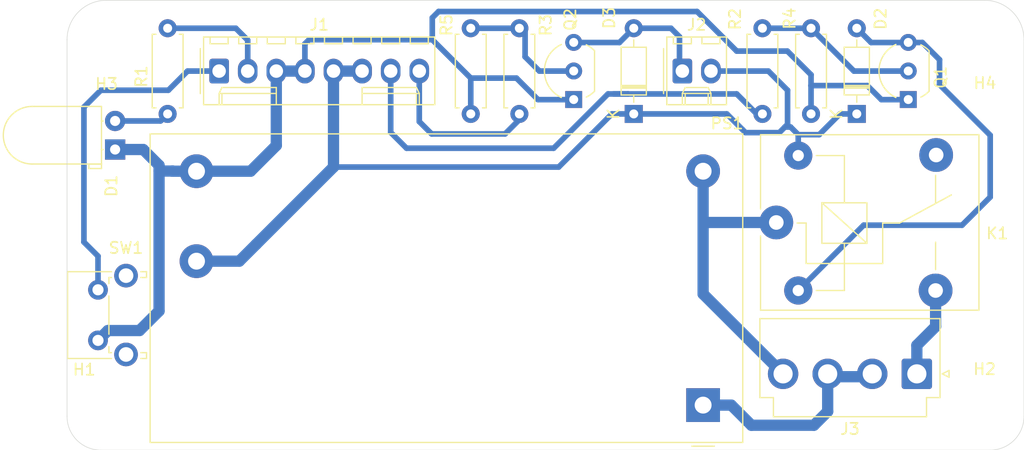
<source format=kicad_pcb>
(kicad_pcb (version 20171130) (host pcbnew "(5.1.4)-1")

  (general
    (thickness 1.6)
    (drawings 8)
    (tracks 116)
    (zones 0)
    (modules 20)
    (nets 15)
  )

  (page A4)
  (title_block
    (title octopi_rpi4_case)
    (date 2021-10-21)
    (rev V1)
    (company iocapa)
  )

  (layers
    (0 F.Cu jumper)
    (31 B.Cu signal)
    (33 F.Adhes user hide)
    (35 F.Paste user)
    (37 F.SilkS user)
    (39 F.Mask user)
    (40 Dwgs.User user)
    (41 Cmts.User user)
    (42 Eco1.User user)
    (43 Eco2.User user)
    (44 Edge.Cuts user)
    (45 Margin user)
    (46 B.CrtYd user)
    (47 F.CrtYd user)
    (49 F.Fab user hide)
  )

  (setup
    (last_trace_width 0.25)
    (user_trace_width 0.5)
    (user_trace_width 1)
    (trace_clearance 0.2)
    (zone_clearance 0.508)
    (zone_45_only no)
    (trace_min 0.2)
    (via_size 0.8)
    (via_drill 0.4)
    (via_min_size 0.4)
    (via_min_drill 0.3)
    (uvia_size 0.3)
    (uvia_drill 0.1)
    (uvias_allowed no)
    (uvia_min_size 0.2)
    (uvia_min_drill 0.1)
    (edge_width 0.05)
    (segment_width 0.2)
    (pcb_text_width 0.3)
    (pcb_text_size 1.5 1.5)
    (mod_edge_width 0.12)
    (mod_text_size 1 1)
    (mod_text_width 0.15)
    (pad_size 1.524 1.524)
    (pad_drill 0.762)
    (pad_to_mask_clearance 0.051)
    (solder_mask_min_width 0.25)
    (aux_axis_origin 0 0)
    (grid_origin 114 76)
    (visible_elements 7FFFFFFF)
    (pcbplotparams
      (layerselection 0x010fc_ffffffff)
      (usegerberextensions false)
      (usegerberattributes false)
      (usegerberadvancedattributes false)
      (creategerberjobfile false)
      (excludeedgelayer true)
      (linewidth 0.100000)
      (plotframeref false)
      (viasonmask false)
      (mode 1)
      (useauxorigin false)
      (hpglpennumber 1)
      (hpglpenspeed 20)
      (hpglpendiameter 15.000000)
      (psnegative false)
      (psa4output false)
      (plotreference true)
      (plotvalue true)
      (plotinvisibletext false)
      (padsonsilk false)
      (subtractmaskfromsilk false)
      (outputformat 1)
      (mirror false)
      (drillshape 1)
      (scaleselection 1)
      (outputdirectory ""))
  )

  (net 0 "")
  (net 1 GND)
  (net 2 "Net-(D1-Pad2)")
  (net 3 +5V)
  (net 4 "Net-(D2-Pad2)")
  (net 5 "Net-(D3-Pad2)")
  (net 6 "Net-(Q1-Pad2)")
  (net 7 "Net-(Q2-Pad2)")
  (net 8 "Net-(J1-Pad8)")
  (net 9 "Net-(J1-Pad7)")
  (net 10 "Net-(J1-Pad2)")
  (net 11 "Net-(J1-Pad1)")
  (net 12 "Net-(J3-Pad1)")
  (net 13 "Net-(J3-Pad2)")
  (net 14 "Net-(J3-Pad4)")

  (net_class Default "This is the default net class."
    (clearance 0.2)
    (trace_width 0.25)
    (via_dia 0.8)
    (via_drill 0.4)
    (uvia_dia 0.3)
    (uvia_drill 0.1)
    (add_net +5V)
    (add_net GND)
    (add_net "Net-(D1-Pad2)")
    (add_net "Net-(D2-Pad2)")
    (add_net "Net-(D3-Pad2)")
    (add_net "Net-(J1-Pad1)")
    (add_net "Net-(J1-Pad2)")
    (add_net "Net-(J1-Pad7)")
    (add_net "Net-(J1-Pad8)")
    (add_net "Net-(J3-Pad1)")
    (add_net "Net-(J3-Pad2)")
    (add_net "Net-(J3-Pad4)")
    (add_net "Net-(K1-Pad4)")
    (add_net "Net-(Q1-Pad2)")
    (add_net "Net-(Q2-Pad2)")
  )

  (module octopi_rpi4_case:JST_VH_B4P-VH_1x04_P3.96mm_Vertical (layer F.Cu) (tedit 6172A8D0) (tstamp 61672AE4)
    (at 189.484 109.22 180)
    (descr "JST VH series connector, B4P-VH (http://www.jst-mfg.com/product/pdf/eng/eVH.pdf), generated with kicad-footprint-generator")
    (tags "connector JST VH side entry")
    (path /616EBB10)
    (fp_text reference J3 (at 5.94 -4.9) (layer F.SilkS)
      (effects (font (size 1 1) (thickness 0.15)))
    )
    (fp_text value AC (at 5.94 6) (layer F.Fab)
      (effects (font (size 1 1) (thickness 0.15)))
    )
    (fp_text user %R (at 5.94 4.1) (layer F.Fab)
      (effects (font (size 1 1) (thickness 0.15)))
    )
    (fp_line (start -2.86 -0.3) (end -2.26 0) (layer F.SilkS) (width 0.12))
    (fp_line (start -2.86 0.3) (end -2.86 -0.3) (layer F.SilkS) (width 0.12))
    (fp_line (start -2.26 0) (end -2.86 0.3) (layer F.SilkS) (width 0.12))
    (fp_line (start 13.94 4.91) (end -2.06 4.91) (layer F.SilkS) (width 0.12))
    (fp_line (start 13.94 -2.11) (end 13.94 4.91) (layer F.SilkS) (width 0.12))
    (fp_line (start 12.74 -2.11) (end 13.94 -2.11) (layer F.SilkS) (width 0.12))
    (fp_line (start 12.74 -3.81) (end 12.74 -2.11) (layer F.SilkS) (width 0.12))
    (fp_line (start -0.86 -3.81) (end 12.74 -3.81) (layer F.SilkS) (width 0.12))
    (fp_line (start -0.86 -2.11) (end -0.86 -3.81) (layer F.SilkS) (width 0.12))
    (fp_line (start -2.06 -2.11) (end -0.86 -2.11) (layer F.SilkS) (width 0.12))
    (fp_line (start -2.06 4.91) (end -2.06 -2.11) (layer F.SilkS) (width 0.12))
    (fp_line (start 14.33 -4.2) (end -2.45 -4.2) (layer F.CrtYd) (width 0.05))
    (fp_line (start 14.33 5.3) (end 14.33 -4.2) (layer F.CrtYd) (width 0.05))
    (fp_line (start -2.45 5.3) (end 14.33 5.3) (layer F.CrtYd) (width 0.05))
    (fp_line (start -2.45 -4.2) (end -2.45 5.3) (layer F.CrtYd) (width 0.05))
    (fp_line (start -1.95 1) (end -0.95 0) (layer F.Fab) (width 0.1))
    (fp_line (start -1.95 -1) (end -0.95 0) (layer F.Fab) (width 0.1))
    (fp_line (start 12.63 -3.7) (end 12.63 -2) (layer F.Fab) (width 0.1))
    (fp_line (start -0.75 -3.7) (end 12.63 -3.7) (layer F.Fab) (width 0.1))
    (fp_line (start -0.75 -2) (end -0.75 -3.7) (layer F.Fab) (width 0.1))
    (fp_line (start 13.83 -2) (end -1.95 -2) (layer F.Fab) (width 0.1))
    (fp_line (start 13.83 4.8) (end 13.83 -2) (layer F.Fab) (width 0.1))
    (fp_line (start -1.95 4.8) (end 13.83 4.8) (layer F.Fab) (width 0.1))
    (fp_line (start -1.95 -2) (end -1.95 4.8) (layer F.Fab) (width 0.1))
    (pad 4 thru_hole circle (at 11.88 0 180) (size 2.7 2.7) (drill 1.7) (layers *.Cu *.Mask)
      (net 14 "Net-(J3-Pad4)"))
    (pad 3 thru_hole circle (at 7.92 0 180) (size 2.7 2.7) (drill 1.7) (layers *.Cu *.Mask)
      (net 13 "Net-(J3-Pad2)"))
    (pad 2 thru_hole circle (at 3.96 0 180) (size 2.7 2.7) (drill 1.7) (layers *.Cu *.Mask)
      (net 13 "Net-(J3-Pad2)"))
    (pad 1 thru_hole roundrect (at 0 0 180) (size 2.7 2.7) (drill 1.7) (layers *.Cu *.Mask) (roundrect_rratio 0.09259299999999999)
      (net 12 "Net-(J3-Pad1)"))
    (model "${KIPRJMOD}/parts/JST - VH - Thru (V) - 4Pin - 3.96mm.stp"
      (offset (xyz 5.96 0 0))
      (scale (xyz 1 1 1))
      (rotate (xyz 0 0 0))
    )
  )

  (module octopi_rpi4_case:Relay_SPDT_SRD-xxVDC-SL-C (layer F.Cu) (tedit 6172A8DF) (tstamp 6166912B)
    (at 177 95.758)
    (descr "relay Sanyou SRD series Form C http://www.sanyourelay.ca/public/products/pdf/SRD.pdf")
    (tags "relay Sanyu SRD form C")
    (path /6166A6AF)
    (fp_text reference K1 (at 19.6262 0.9684) (layer F.SilkS)
      (effects (font (size 1 1) (thickness 0.15)))
    )
    (fp_text value SONGLE-SRD-xxVDC-SL-C (at 8 -9.6) (layer F.Fab)
      (effects (font (size 1 1) (thickness 0.15)))
    )
    (fp_line (start 8.05 1.85) (end 4.05 1.85) (layer F.SilkS) (width 0.12))
    (fp_line (start 8.05 -1.75) (end 8.05 1.85) (layer F.SilkS) (width 0.12))
    (fp_line (start 4.05 -1.75) (end 8.05 -1.75) (layer F.SilkS) (width 0.12))
    (fp_line (start 4.05 1.85) (end 4.05 -1.75) (layer F.SilkS) (width 0.12))
    (fp_line (start 8.05 1.85) (end 4.05 -1.75) (layer F.SilkS) (width 0.12))
    (fp_line (start 6.05 1.85) (end 6.05 6.05) (layer F.SilkS) (width 0.12))
    (fp_line (start 6.05 -5.95) (end 6.05 -1.75) (layer F.SilkS) (width 0.12))
    (fp_line (start 2.65 0.05) (end 2.65 3.65) (layer F.SilkS) (width 0.12))
    (fp_line (start 9.45 0.05) (end 9.45 3.65) (layer F.SilkS) (width 0.12))
    (fp_line (start 9.45 3.65) (end 2.65 3.65) (layer F.SilkS) (width 0.12))
    (fp_line (start 10.95 0.05) (end 15.55 -2.45) (layer F.SilkS) (width 0.12))
    (fp_line (start 9.45 0.05) (end 10.95 0.05) (layer F.SilkS) (width 0.12))
    (fp_line (start 6.05 -5.95) (end 3.55 -5.95) (layer F.SilkS) (width 0.12))
    (fp_line (start 2.65 0.05) (end 1.85 0.05) (layer F.SilkS) (width 0.12))
    (fp_line (start 3.55 6.05) (end 6.05 6.05) (layer F.SilkS) (width 0.12))
    (fp_line (start 14.15 -4.2) (end 14.15 -1.7) (layer F.SilkS) (width 0.12))
    (fp_line (start 14.15 4.2) (end 14.15 1.75) (layer F.SilkS) (width 0.12))
    (fp_line (start -1.55 7.95) (end 18.15 7.95) (layer F.CrtYd) (width 0.05))
    (fp_line (start 18.15 -7.95) (end 18.15 7.95) (layer F.CrtYd) (width 0.05))
    (fp_line (start -1.55 7.95) (end -1.55 -7.95) (layer F.CrtYd) (width 0.05))
    (fp_line (start 18.15 -7.95) (end -1.55 -7.95) (layer F.CrtYd) (width 0.05))
    (fp_text user %R (at 7.1 0.025) (layer F.Fab)
      (effects (font (size 1 1) (thickness 0.15)))
    )
    (fp_line (start -1.3 7.7) (end -1.3 -7.7) (layer F.Fab) (width 0.12))
    (fp_line (start 17.9 7.7) (end -1.3 7.7) (layer F.Fab) (width 0.12))
    (fp_line (start 17.9 -7.7) (end 17.9 7.7) (layer F.Fab) (width 0.12))
    (fp_line (start -1.3 -7.7) (end 17.9 -7.7) (layer F.Fab) (width 0.12))
    (fp_text user 1 (at 0 -2.3) (layer F.Fab)
      (effects (font (size 1 1) (thickness 0.15)))
    )
    (fp_line (start 18 7.8) (end -1.4 7.8) (layer F.SilkS) (width 0.12))
    (fp_line (start 18 -7.8) (end 18 7.8) (layer F.SilkS) (width 0.12))
    (fp_line (start -1.4 -7.8) (end 18 -7.8) (layer F.SilkS) (width 0.12))
    (fp_line (start -1.4 -7.8) (end -1.4 -1.2) (layer F.SilkS) (width 0.12))
    (fp_line (start -1.4 1.2) (end -1.4 7.8) (layer F.SilkS) (width 0.12))
    (pad 1 thru_hole circle (at 0 0 90) (size 3 3) (drill 1.3) (layers *.Cu *.Mask)
      (net 14 "Net-(J3-Pad4)"))
    (pad 5 thru_hole circle (at 1.95 -5.95 90) (size 2.5 2.5) (drill 1) (layers *.Cu *.Mask)
      (net 3 +5V))
    (pad 4 thru_hole circle (at 14.2 -6 90) (size 3 3) (drill 1.3) (layers *.Cu *.Mask))
    (pad 3 thru_hole circle (at 14.15 6.05 90) (size 3 3) (drill 1.3) (layers *.Cu *.Mask)
      (net 12 "Net-(J3-Pad1)"))
    (pad 2 thru_hole circle (at 1.95 6.05 90) (size 2.5 2.5) (drill 1) (layers *.Cu *.Mask)
      (net 4 "Net-(D2-Pad2)"))
    (model ${KIPRJMOD}/parts/SRD-03VDC-SL-C.stp
      (offset (xyz 8.050000000000001 0 0))
      (scale (xyz 1 1 1))
      (rotate (xyz 0 0 180))
    )
  )

  (module Package_TO_SOT_THT:TO-92_Inline_Wide (layer F.Cu) (tedit 5A02FF81) (tstamp 61698AA0)
    (at 188.722 84.8265 90)
    (descr "TO-92 leads in-line, wide, drill 0.75mm (see NXP sot054_po.pdf)")
    (tags "to-92 sc-43 sc-43a sot54 PA33 transistor")
    (path /6165E56A)
    (fp_text reference Q1 (at 1.9685 2.875 90) (layer F.SilkS)
      (effects (font (size 1 1) (thickness 0.15)))
    )
    (fp_text value 2N3904 (at 2.54 2.79 90) (layer F.Fab)
      (effects (font (size 1 1) (thickness 0.15)))
    )
    (fp_arc (start 2.54 0) (end 4.34 1.85) (angle -20) (layer F.SilkS) (width 0.12))
    (fp_arc (start 2.54 0) (end 2.54 -2.48) (angle -135) (layer F.Fab) (width 0.1))
    (fp_arc (start 2.54 0) (end 2.54 -2.48) (angle 135) (layer F.Fab) (width 0.1))
    (fp_arc (start 2.54 0) (end 2.54 -2.6) (angle 65) (layer F.SilkS) (width 0.12))
    (fp_arc (start 2.54 0) (end 2.54 -2.6) (angle -65) (layer F.SilkS) (width 0.12))
    (fp_arc (start 2.54 0) (end 0.74 1.85) (angle 20) (layer F.SilkS) (width 0.12))
    (fp_line (start 6.09 2.01) (end -1.01 2.01) (layer F.CrtYd) (width 0.05))
    (fp_line (start 6.09 2.01) (end 6.09 -2.73) (layer F.CrtYd) (width 0.05))
    (fp_line (start -1.01 -2.73) (end -1.01 2.01) (layer F.CrtYd) (width 0.05))
    (fp_line (start -1.01 -2.73) (end 6.09 -2.73) (layer F.CrtYd) (width 0.05))
    (fp_line (start 0.8 1.75) (end 4.3 1.75) (layer F.Fab) (width 0.1))
    (fp_line (start 0.74 1.85) (end 4.34 1.85) (layer F.SilkS) (width 0.12))
    (fp_text user %R (at 2.54 -3.56 90) (layer F.Fab)
      (effects (font (size 1 1) (thickness 0.15)))
    )
    (pad 1 thru_hole rect (at 0 0 180) (size 1.5 1.5) (drill 0.8) (layers *.Cu *.Mask)
      (net 1 GND))
    (pad 3 thru_hole circle (at 5.08 0 180) (size 1.5 1.5) (drill 0.8) (layers *.Cu *.Mask)
      (net 4 "Net-(D2-Pad2)"))
    (pad 2 thru_hole circle (at 2.54 0 180) (size 1.5 1.5) (drill 0.8) (layers *.Cu *.Mask)
      (net 6 "Net-(Q1-Pad2)"))
    (model ${KISYS3DMOD}/Package_TO_SOT_THT.3dshapes/TO-92_Inline_Wide.wrl
      (at (xyz 0 0 0))
      (scale (xyz 1 1 1))
      (rotate (xyz 0 0 0))
    )
  )

  (module octopi_rpi4_case:Converter_ACDC_MeanWell_IRM-15-xx_THT (layer F.Cu) (tedit 61659184) (tstamp 61678469)
    (at 170.5 112 180)
    (descr "ACDC-Converter, 15W, Meanwell, IRM-15, THT http://www.meanwell.com/webapp/product/search.aspx?prod=IRM-15")
    (tags "ACDC-Converter 15W   Meanwell IRM-15")
    (path /6165B629)
    (fp_text reference PS1 (at -2.1232 25.0526) (layer F.SilkS)
      (effects (font (size 1 1) (thickness 0.15)))
    )
    (fp_text value IRM-15-5.0 (at 22.5 25) (layer F.Fab)
      (effects (font (size 1 1) (thickness 0.15)))
    )
    (fp_line (start 1 -3.2) (end 0 -2.2) (layer F.Fab) (width 0.1))
    (fp_line (start 0 -2.2) (end -1 -3.2) (layer F.Fab) (width 0.1))
    (fp_line (start -1 -3.2) (end -3.4 -3.2) (layer F.Fab) (width 0.1))
    (fp_line (start 49.25 -3.45) (end 49.25 24.25) (layer F.CrtYd) (width 0.05))
    (fp_line (start -3.65 -3.45) (end 49.25 -3.45) (layer F.CrtYd) (width 0.05))
    (fp_line (start -3.65 24.25) (end 49.25 24.25) (layer F.CrtYd) (width 0.05))
    (fp_line (start 49 -3.2) (end 49 24) (layer F.Fab) (width 0.1))
    (fp_line (start -3.52 -3.32) (end -3.52 24.12) (layer F.SilkS) (width 0.12))
    (fp_line (start -3.52 24.12) (end 49.12 24.12) (layer F.SilkS) (width 0.12))
    (fp_line (start -3.4 -3.2) (end -3.4 24) (layer F.Fab) (width 0.1))
    (fp_text user %R (at 22.5 10.4) (layer F.Fab)
      (effects (font (size 1 1) (thickness 0.15)))
    )
    (fp_line (start -3.65 -3.45) (end -3.65 24.25) (layer F.CrtYd) (width 0.05))
    (fp_line (start 49 -3.2) (end 1 -3.2) (layer F.Fab) (width 0.1))
    (fp_line (start -3.4 24) (end 49 24) (layer F.Fab) (width 0.1))
    (fp_line (start -3.52 -3.32) (end 49.12 -3.32) (layer F.SilkS) (width 0.12))
    (fp_line (start 49.12 -3.32) (end 49.12 24.12) (layer F.SilkS) (width 0.12))
    (fp_line (start 1 -3.65) (end -1 -3.65) (layer F.SilkS) (width 0.12))
    (pad 1 thru_hole rect (at 0 0 180) (size 3 3) (drill 1.5) (layers *.Cu *.Mask)
      (net 13 "Net-(J3-Pad2)"))
    (pad 4 thru_hole circle (at 45 12.8 180) (size 3 3) (drill 1.5) (layers *.Cu *.Mask)
      (net 3 +5V))
    (pad 2 thru_hole circle (at 0 20.8 180) (size 3 3) (drill 1.5) (layers *.Cu *.Mask)
      (net 14 "Net-(J3-Pad4)"))
    (pad 3 thru_hole circle (at 45 20.8 180) (size 3 3) (drill 1.5) (layers *.Cu *.Mask)
      (net 1 GND))
    (model ${KISYS3DMOD}/Converter_ACDC.3dshapes/Converter_ACDC_MeanWell_IRM-20-xx_THT.wrl
      (at (xyz 0 0 0))
      (scale (xyz 1 1 1))
      (rotate (xyz 0 0 0))
    )
  )

  (module Resistor_THT:R_Axial_DIN0207_L6.3mm_D2.5mm_P7.62mm_Horizontal (layer F.Cu) (tedit 5AE5139B) (tstamp 61676E2D)
    (at 175.768 78.486 270)
    (descr "Resistor, Axial_DIN0207 series, Axial, Horizontal, pin pitch=7.62mm, 0.25W = 1/4W, length*diameter=6.3*2.5mm^2, http://cdn-reichelt.de/documents/datenblatt/B400/1_4W%23YAG.pdf")
    (tags "Resistor Axial_DIN0207 series Axial Horizontal pin pitch 7.62mm 0.25W = 1/4W length 6.3mm diameter 2.5mm")
    (path /616D2B98)
    (fp_text reference R2 (at -0.8096 2.4336 90) (layer F.SilkS)
      (effects (font (size 1 1) (thickness 0.15)))
    )
    (fp_text value 10K (at 3.81 2.37 90) (layer F.Fab)
      (effects (font (size 1 1) (thickness 0.15)))
    )
    (fp_line (start 0.66 -1.25) (end 0.66 1.25) (layer F.Fab) (width 0.1))
    (fp_line (start 0.66 1.25) (end 6.96 1.25) (layer F.Fab) (width 0.1))
    (fp_line (start 6.96 1.25) (end 6.96 -1.25) (layer F.Fab) (width 0.1))
    (fp_line (start 6.96 -1.25) (end 0.66 -1.25) (layer F.Fab) (width 0.1))
    (fp_line (start 0 0) (end 0.66 0) (layer F.Fab) (width 0.1))
    (fp_line (start 7.62 0) (end 6.96 0) (layer F.Fab) (width 0.1))
    (fp_line (start 0.54 -1.04) (end 0.54 -1.37) (layer F.SilkS) (width 0.12))
    (fp_line (start 0.54 -1.37) (end 7.08 -1.37) (layer F.SilkS) (width 0.12))
    (fp_line (start 7.08 -1.37) (end 7.08 -1.04) (layer F.SilkS) (width 0.12))
    (fp_line (start 0.54 1.04) (end 0.54 1.37) (layer F.SilkS) (width 0.12))
    (fp_line (start 0.54 1.37) (end 7.08 1.37) (layer F.SilkS) (width 0.12))
    (fp_line (start 7.08 1.37) (end 7.08 1.04) (layer F.SilkS) (width 0.12))
    (fp_line (start -1.05 -1.5) (end -1.05 1.5) (layer F.CrtYd) (width 0.05))
    (fp_line (start -1.05 1.5) (end 8.67 1.5) (layer F.CrtYd) (width 0.05))
    (fp_line (start 8.67 1.5) (end 8.67 -1.5) (layer F.CrtYd) (width 0.05))
    (fp_line (start 8.67 -1.5) (end -1.05 -1.5) (layer F.CrtYd) (width 0.05))
    (fp_text user %R (at 3.81 0 90) (layer F.Fab)
      (effects (font (size 1 1) (thickness 0.15)))
    )
    (pad 1 thru_hole circle (at 0 0 270) (size 1.6 1.6) (drill 0.8) (layers *.Cu *.Mask)
      (net 6 "Net-(Q1-Pad2)"))
    (pad 2 thru_hole oval (at 7.62 0 270) (size 1.6 1.6) (drill 0.8) (layers *.Cu *.Mask)
      (net 9 "Net-(J1-Pad7)"))
    (model ${KISYS3DMOD}/Resistor_THT.3dshapes/R_Axial_DIN0207_L6.3mm_D2.5mm_P7.62mm_Horizontal.wrl
      (at (xyz 0 0 0))
      (scale (xyz 1 1 1))
      (rotate (xyz 0 0 0))
    )
  )

  (module octopi_rpi4_case:LED_D5.0mm_Horizontal_O1.27mm_Z3.5mm (layer F.Cu) (tedit 6166E1BD) (tstamp 61678AD8)
    (at 118.27 86.73 270)
    (descr "LED, diameter 5.0mm z-position of LED center 3.0mm, 2 pins")
    (tags "LED diameter 5.0mm z-position of LED center 3.0mm 2 pins")
    (path /616DA2AB)
    (fp_text reference D1 (at 5.78 0.333 90) (layer F.SilkS)
      (effects (font (size 1 1) (thickness 0.15)))
    )
    (fp_text value LED (at 1.27 10.93 90) (layer F.Fab)
      (effects (font (size 1 1) (thickness 0.15)))
    )
    (fp_line (start 4.5 -1.25) (end -1.95 -1.25) (layer F.CrtYd) (width 0.05))
    (fp_line (start 4.5 10.2) (end 4.5 -1.25) (layer F.CrtYd) (width 0.05))
    (fp_line (start -1.95 10.2) (end 4.5 10.2) (layer F.CrtYd) (width 0.05))
    (fp_line (start -1.95 -1.25) (end -1.95 10.2) (layer F.CrtYd) (width 0.05))
    (fp_line (start 2.54 1.08) (end 2.54 1.08) (layer F.SilkS) (width 0.12))
    (fp_line (start 2.54 1.21) (end 2.54 1.08) (layer F.SilkS) (width 0.12))
    (fp_line (start 2.54 1.21) (end 2.54 1.21) (layer F.SilkS) (width 0.12))
    (fp_line (start 2.54 1.08) (end 2.54 1.21) (layer F.SilkS) (width 0.12))
    (fp_line (start 0 1.08) (end 0 1.08) (layer F.SilkS) (width 0.12))
    (fp_line (start 0 1.21) (end 0 1.08) (layer F.SilkS) (width 0.12))
    (fp_line (start 0 1.21) (end 0 1.21) (layer F.SilkS) (width 0.12))
    (fp_line (start 0 1.08) (end 0 1.21) (layer F.SilkS) (width 0.12))
    (fp_line (start 3.83 1.21) (end 4.23 1.21) (layer F.SilkS) (width 0.12))
    (fp_line (start 3.83 2.33) (end 3.83 1.21) (layer F.SilkS) (width 0.12))
    (fp_line (start 4.23 2.33) (end 3.83 2.33) (layer F.SilkS) (width 0.12))
    (fp_line (start 4.23 1.21) (end 4.23 2.33) (layer F.SilkS) (width 0.12))
    (fp_line (start -1.29 1.21) (end 3.83 1.21) (layer F.SilkS) (width 0.12))
    (fp_line (start 3.83 1.21) (end 3.83 7.37) (layer F.SilkS) (width 0.12))
    (fp_line (start -1.29 1.21) (end -1.29 7.37) (layer F.SilkS) (width 0.12))
    (fp_line (start 2.54 0) (end 2.54 0) (layer F.Fab) (width 0.1))
    (fp_line (start 2.54 1.27) (end 2.54 0) (layer F.Fab) (width 0.1))
    (fp_line (start 2.54 1.27) (end 2.54 1.27) (layer F.Fab) (width 0.1))
    (fp_line (start 2.54 0) (end 2.54 1.27) (layer F.Fab) (width 0.1))
    (fp_line (start 0 0) (end 0 0) (layer F.Fab) (width 0.1))
    (fp_line (start 0 1.27) (end 0 0) (layer F.Fab) (width 0.1))
    (fp_line (start 0 1.27) (end 0 1.27) (layer F.Fab) (width 0.1))
    (fp_line (start 0 0) (end 0 1.27) (layer F.Fab) (width 0.1))
    (fp_line (start 3.77 1.27) (end 4.17 1.27) (layer F.Fab) (width 0.1))
    (fp_line (start 3.77 2.27) (end 3.77 1.27) (layer F.Fab) (width 0.1))
    (fp_line (start 4.17 2.27) (end 3.77 2.27) (layer F.Fab) (width 0.1))
    (fp_line (start 4.17 1.27) (end 4.17 2.27) (layer F.Fab) (width 0.1))
    (fp_line (start -1.23 1.27) (end 3.77 1.27) (layer F.Fab) (width 0.1))
    (fp_line (start 3.77 1.27) (end 3.77 7.37) (layer F.Fab) (width 0.1))
    (fp_line (start -1.23 1.27) (end -1.23 7.37) (layer F.Fab) (width 0.1))
    (fp_arc (start 1.27 7.37) (end -1.29 7.37) (angle -180) (layer F.SilkS) (width 0.12))
    (fp_arc (start 1.27 7.37) (end -1.23 7.37) (angle -180) (layer F.Fab) (width 0.1))
    (pad 2 thru_hole circle (at 0 0 270) (size 1.8 1.8) (drill 0.9) (layers *.Cu *.Mask)
      (net 2 "Net-(D1-Pad2)"))
    (pad 1 thru_hole rect (at 2.54 0 270) (size 1.8 1.8) (drill 0.9) (layers *.Cu *.Mask)
      (net 1 GND))
    (model ${KISYS3DMOD}/LED_THT.3dshapes/LED_D5.0mm_Horizontal_O1.27mm_Z3.0mm.wrl
      (offset (xyz 0 0 0.5))
      (scale (xyz 1 1 1))
      (rotate (xyz 0 0 0))
    )
  )

  (module MountingHole:MountingHole_2.7mm locked (layer F.Cu) (tedit 56D1B4CB) (tstamp 61675A9B)
    (at 195.5 79.5)
    (descr "Mounting Hole 2.7mm, no annular")
    (tags "mounting hole 2.7mm no annular")
    (path /617198D2)
    (attr virtual)
    (fp_text reference H4 (at 0.034 3.866) (layer F.SilkS)
      (effects (font (size 1 1) (thickness 0.15)))
    )
    (fp_text value MountingHole (at 0 3.7) (layer F.Fab)
      (effects (font (size 1 1) (thickness 0.15)))
    )
    (fp_text user %R (at 0.3 0) (layer F.Fab)
      (effects (font (size 1 1) (thickness 0.15)))
    )
    (fp_circle (center 0 0) (end 2.7 0) (layer Cmts.User) (width 0.15))
    (fp_circle (center 0 0) (end 2.95 0) (layer F.CrtYd) (width 0.05))
    (pad 1 np_thru_hole circle (at 0 0) (size 2.7 2.7) (drill 2.7) (layers *.Cu *.Mask))
  )

  (module MountingHole:MountingHole_2.7mm locked (layer F.Cu) (tedit 56D1B4CB) (tstamp 61675A93)
    (at 117.5 79.5)
    (descr "Mounting Hole 2.7mm, no annular")
    (tags "mounting hole 2.7mm no annular")
    (path /61719A59)
    (attr virtual)
    (fp_text reference H3 (at 0.0052 3.9422) (layer F.SilkS)
      (effects (font (size 1 1) (thickness 0.15)))
    )
    (fp_text value MountingHole (at 0 3.7) (layer F.Fab)
      (effects (font (size 1 1) (thickness 0.15)))
    )
    (fp_text user %R (at 0.3 0) (layer F.Fab)
      (effects (font (size 1 1) (thickness 0.15)))
    )
    (fp_circle (center 0 0) (end 2.7 0) (layer Cmts.User) (width 0.15))
    (fp_circle (center 0 0) (end 2.95 0) (layer F.CrtYd) (width 0.05))
    (pad 1 np_thru_hole circle (at 0 0) (size 2.7 2.7) (drill 2.7) (layers *.Cu *.Mask))
  )

  (module Package_TO_SOT_THT:TO-92_Inline_Wide (layer F.Cu) (tedit 5A02FF81) (tstamp 6173E15D)
    (at 159.004 84.8265 90)
    (descr "TO-92 leads in-line, wide, drill 0.75mm (see NXP sot054_po.pdf)")
    (tags "to-92 sc-43 sc-43a sot54 PA33 transistor")
    (path /6165DA8D)
    (fp_text reference Q2 (at 7.112 -0.3 90) (layer F.SilkS)
      (effects (font (size 1 1) (thickness 0.15)))
    )
    (fp_text value 2N3904 (at 2.54 2.79 90) (layer F.Fab)
      (effects (font (size 1 1) (thickness 0.15)))
    )
    (fp_text user %R (at 2.54 -3.56 90) (layer F.Fab)
      (effects (font (size 1 1) (thickness 0.15)))
    )
    (fp_line (start 0.74 1.85) (end 4.34 1.85) (layer F.SilkS) (width 0.12))
    (fp_line (start 0.8 1.75) (end 4.3 1.75) (layer F.Fab) (width 0.1))
    (fp_line (start -1.01 -2.73) (end 6.09 -2.73) (layer F.CrtYd) (width 0.05))
    (fp_line (start -1.01 -2.73) (end -1.01 2.01) (layer F.CrtYd) (width 0.05))
    (fp_line (start 6.09 2.01) (end 6.09 -2.73) (layer F.CrtYd) (width 0.05))
    (fp_line (start 6.09 2.01) (end -1.01 2.01) (layer F.CrtYd) (width 0.05))
    (fp_arc (start 2.54 0) (end 0.74 1.85) (angle 20) (layer F.SilkS) (width 0.12))
    (fp_arc (start 2.54 0) (end 2.54 -2.6) (angle -65) (layer F.SilkS) (width 0.12))
    (fp_arc (start 2.54 0) (end 2.54 -2.6) (angle 65) (layer F.SilkS) (width 0.12))
    (fp_arc (start 2.54 0) (end 2.54 -2.48) (angle 135) (layer F.Fab) (width 0.1))
    (fp_arc (start 2.54 0) (end 2.54 -2.48) (angle -135) (layer F.Fab) (width 0.1))
    (fp_arc (start 2.54 0) (end 4.34 1.85) (angle -20) (layer F.SilkS) (width 0.12))
    (pad 2 thru_hole circle (at 2.54 0 180) (size 1.5 1.5) (drill 0.8) (layers *.Cu *.Mask)
      (net 7 "Net-(Q2-Pad2)"))
    (pad 3 thru_hole circle (at 5.08 0 180) (size 1.5 1.5) (drill 0.8) (layers *.Cu *.Mask)
      (net 5 "Net-(D3-Pad2)"))
    (pad 1 thru_hole rect (at 0 0 180) (size 1.5 1.5) (drill 0.8) (layers *.Cu *.Mask)
      (net 1 GND))
    (model ${KISYS3DMOD}/Package_TO_SOT_THT.3dshapes/TO-92_Inline_Wide.wrl
      (at (xyz 0 0 0))
      (scale (xyz 1 1 1))
      (rotate (xyz 0 0 0))
    )
  )

  (module MountingHole:MountingHole_2.7mm locked (layer F.Cu) (tedit 56D1B4CB) (tstamp 616720F1)
    (at 195.5 112.5)
    (descr "Mounting Hole 2.7mm, no annular")
    (tags "mounting hole 2.7mm no annular")
    (path /616F8A97)
    (attr virtual)
    (fp_text reference H2 (at 0 -3.7) (layer F.SilkS)
      (effects (font (size 1 1) (thickness 0.15)))
    )
    (fp_text value MountingHole (at 0 3.7) (layer F.Fab)
      (effects (font (size 1 1) (thickness 0.15)))
    )
    (fp_text user %R (at 0.3 0) (layer F.Fab)
      (effects (font (size 1 1) (thickness 0.15)))
    )
    (fp_circle (center 0 0) (end 2.7 0) (layer Cmts.User) (width 0.15))
    (fp_circle (center 0 0) (end 2.95 0) (layer F.CrtYd) (width 0.05))
    (pad 1 np_thru_hole circle (at 0 0) (size 2.7 2.7) (drill 2.7) (layers *.Cu *.Mask))
  )

  (module MountingHole:MountingHole_2.7mm locked (layer F.Cu) (tedit 56D1B4CB) (tstamp 61676AA0)
    (at 117.5 112.5)
    (descr "Mounting Hole 2.7mm, no annular")
    (tags "mounting hole 2.7mm no annular")
    (path /616F86F8)
    (attr virtual)
    (fp_text reference H1 (at -1.976 -3.6578) (layer F.SilkS)
      (effects (font (size 1 1) (thickness 0.15)))
    )
    (fp_text value MountingHole (at 0 3.7) (layer F.Fab)
      (effects (font (size 1 1) (thickness 0.15)))
    )
    (fp_text user %R (at 0.3 0) (layer F.Fab)
      (effects (font (size 1 1) (thickness 0.15)))
    )
    (fp_circle (center 0 0) (end 2.7 0) (layer Cmts.User) (width 0.15))
    (fp_circle (center 0 0) (end 2.95 0) (layer F.CrtYd) (width 0.05))
    (pad 1 np_thru_hole circle (at 0 0) (size 2.7 2.7) (drill 2.7) (layers *.Cu *.Mask))
  )

  (module Resistor_THT:R_Axial_DIN0207_L6.3mm_D2.5mm_P7.62mm_Horizontal (layer F.Cu) (tedit 5AE5139B) (tstamp 616691DB)
    (at 149.86 86.106 90)
    (descr "Resistor, Axial_DIN0207 series, Axial, Horizontal, pin pitch=7.62mm, 0.25W = 1/4W, length*diameter=6.3*2.5mm^2, http://cdn-reichelt.de/documents/datenblatt/B400/1_4W%23YAG.pdf")
    (tags "Resistor Axial_DIN0207 series Axial Horizontal pin pitch 7.62mm 0.25W = 1/4W length 6.3mm diameter 2.5mm")
    (path /616D1C62)
    (fp_text reference R5 (at 7.8962 -2.1542 90) (layer F.SilkS)
      (effects (font (size 1 1) (thickness 0.15)))
    )
    (fp_text value 10K (at 3.81 2.37 90) (layer F.Fab)
      (effects (font (size 1 1) (thickness 0.15)))
    )
    (fp_line (start 0.66 -1.25) (end 0.66 1.25) (layer F.Fab) (width 0.1))
    (fp_line (start 0.66 1.25) (end 6.96 1.25) (layer F.Fab) (width 0.1))
    (fp_line (start 6.96 1.25) (end 6.96 -1.25) (layer F.Fab) (width 0.1))
    (fp_line (start 6.96 -1.25) (end 0.66 -1.25) (layer F.Fab) (width 0.1))
    (fp_line (start 0 0) (end 0.66 0) (layer F.Fab) (width 0.1))
    (fp_line (start 7.62 0) (end 6.96 0) (layer F.Fab) (width 0.1))
    (fp_line (start 0.54 -1.04) (end 0.54 -1.37) (layer F.SilkS) (width 0.12))
    (fp_line (start 0.54 -1.37) (end 7.08 -1.37) (layer F.SilkS) (width 0.12))
    (fp_line (start 7.08 -1.37) (end 7.08 -1.04) (layer F.SilkS) (width 0.12))
    (fp_line (start 0.54 1.04) (end 0.54 1.37) (layer F.SilkS) (width 0.12))
    (fp_line (start 0.54 1.37) (end 7.08 1.37) (layer F.SilkS) (width 0.12))
    (fp_line (start 7.08 1.37) (end 7.08 1.04) (layer F.SilkS) (width 0.12))
    (fp_line (start -1.05 -1.5) (end -1.05 1.5) (layer F.CrtYd) (width 0.05))
    (fp_line (start -1.05 1.5) (end 8.67 1.5) (layer F.CrtYd) (width 0.05))
    (fp_line (start 8.67 1.5) (end 8.67 -1.5) (layer F.CrtYd) (width 0.05))
    (fp_line (start 8.67 -1.5) (end -1.05 -1.5) (layer F.CrtYd) (width 0.05))
    (fp_text user %R (at 3.81 0 90) (layer F.Fab)
      (effects (font (size 1 1) (thickness 0.15)))
    )
    (pad 1 thru_hole circle (at 0 0 90) (size 1.6 1.6) (drill 0.8) (layers *.Cu *.Mask)
      (net 1 GND))
    (pad 2 thru_hole oval (at 7.62 0 90) (size 1.6 1.6) (drill 0.8) (layers *.Cu *.Mask)
      (net 7 "Net-(Q2-Pad2)"))
    (model ${KISYS3DMOD}/Resistor_THT.3dshapes/R_Axial_DIN0207_L6.3mm_D2.5mm_P7.62mm_Horizontal.wrl
      (at (xyz 0 0 0))
      (scale (xyz 1 1 1))
      (rotate (xyz 0 0 0))
    )
  )

  (module Resistor_THT:R_Axial_DIN0207_L6.3mm_D2.5mm_P7.62mm_Horizontal (layer F.Cu) (tedit 5AE5139B) (tstamp 6166DB00)
    (at 180.086 86.106 90)
    (descr "Resistor, Axial_DIN0207 series, Axial, Horizontal, pin pitch=7.62mm, 0.25W = 1/4W, length*diameter=6.3*2.5mm^2, http://cdn-reichelt.de/documents/datenblatt/B400/1_4W%23YAG.pdf")
    (tags "Resistor Axial_DIN0207 series Axial Horizontal pin pitch 7.62mm 0.25W = 1/4W length 6.3mm diameter 2.5mm")
    (path /616D4331)
    (fp_text reference R4 (at 8.4804 -1.9002 90) (layer F.SilkS)
      (effects (font (size 1 1) (thickness 0.15)))
    )
    (fp_text value 10K (at 3.81 2.37 90) (layer F.Fab)
      (effects (font (size 1 1) (thickness 0.15)))
    )
    (fp_text user %R (at 3.81 0 90) (layer F.Fab)
      (effects (font (size 1 1) (thickness 0.15)))
    )
    (fp_line (start 8.67 -1.5) (end -1.05 -1.5) (layer F.CrtYd) (width 0.05))
    (fp_line (start 8.67 1.5) (end 8.67 -1.5) (layer F.CrtYd) (width 0.05))
    (fp_line (start -1.05 1.5) (end 8.67 1.5) (layer F.CrtYd) (width 0.05))
    (fp_line (start -1.05 -1.5) (end -1.05 1.5) (layer F.CrtYd) (width 0.05))
    (fp_line (start 7.08 1.37) (end 7.08 1.04) (layer F.SilkS) (width 0.12))
    (fp_line (start 0.54 1.37) (end 7.08 1.37) (layer F.SilkS) (width 0.12))
    (fp_line (start 0.54 1.04) (end 0.54 1.37) (layer F.SilkS) (width 0.12))
    (fp_line (start 7.08 -1.37) (end 7.08 -1.04) (layer F.SilkS) (width 0.12))
    (fp_line (start 0.54 -1.37) (end 7.08 -1.37) (layer F.SilkS) (width 0.12))
    (fp_line (start 0.54 -1.04) (end 0.54 -1.37) (layer F.SilkS) (width 0.12))
    (fp_line (start 7.62 0) (end 6.96 0) (layer F.Fab) (width 0.1))
    (fp_line (start 0 0) (end 0.66 0) (layer F.Fab) (width 0.1))
    (fp_line (start 6.96 -1.25) (end 0.66 -1.25) (layer F.Fab) (width 0.1))
    (fp_line (start 6.96 1.25) (end 6.96 -1.25) (layer F.Fab) (width 0.1))
    (fp_line (start 0.66 1.25) (end 6.96 1.25) (layer F.Fab) (width 0.1))
    (fp_line (start 0.66 -1.25) (end 0.66 1.25) (layer F.Fab) (width 0.1))
    (pad 2 thru_hole oval (at 7.62 0 90) (size 1.6 1.6) (drill 0.8) (layers *.Cu *.Mask)
      (net 6 "Net-(Q1-Pad2)"))
    (pad 1 thru_hole circle (at 0 0 90) (size 1.6 1.6) (drill 0.8) (layers *.Cu *.Mask)
      (net 1 GND))
    (model ${KISYS3DMOD}/Resistor_THT.3dshapes/R_Axial_DIN0207_L6.3mm_D2.5mm_P7.62mm_Horizontal.wrl
      (at (xyz 0 0 0))
      (scale (xyz 1 1 1))
      (rotate (xyz 0 0 0))
    )
  )

  (module Resistor_THT:R_Axial_DIN0207_L6.3mm_D2.5mm_P7.62mm_Horizontal (layer F.Cu) (tedit 5AE5139B) (tstamp 616691AD)
    (at 154.178 78.486 270)
    (descr "Resistor, Axial_DIN0207 series, Axial, Horizontal, pin pitch=7.62mm, 0.25W = 1/4W, length*diameter=6.3*2.5mm^2, http://cdn-reichelt.de/documents/datenblatt/B400/1_4W%23YAG.pdf")
    (tags "Resistor Axial_DIN0207 series Axial Horizontal pin pitch 7.62mm 0.25W = 1/4W length 6.3mm diameter 2.5mm")
    (path /61662F8F)
    (fp_text reference R3 (at -0.2762 -2.3416 90) (layer F.SilkS)
      (effects (font (size 1 1) (thickness 0.15)))
    )
    (fp_text value 10K (at 3.81 2.37 90) (layer F.Fab)
      (effects (font (size 1 1) (thickness 0.15)))
    )
    (fp_text user %R (at 3.81 0 90) (layer F.Fab)
      (effects (font (size 1 1) (thickness 0.15)))
    )
    (fp_line (start 8.67 -1.5) (end -1.05 -1.5) (layer F.CrtYd) (width 0.05))
    (fp_line (start 8.67 1.5) (end 8.67 -1.5) (layer F.CrtYd) (width 0.05))
    (fp_line (start -1.05 1.5) (end 8.67 1.5) (layer F.CrtYd) (width 0.05))
    (fp_line (start -1.05 -1.5) (end -1.05 1.5) (layer F.CrtYd) (width 0.05))
    (fp_line (start 7.08 1.37) (end 7.08 1.04) (layer F.SilkS) (width 0.12))
    (fp_line (start 0.54 1.37) (end 7.08 1.37) (layer F.SilkS) (width 0.12))
    (fp_line (start 0.54 1.04) (end 0.54 1.37) (layer F.SilkS) (width 0.12))
    (fp_line (start 7.08 -1.37) (end 7.08 -1.04) (layer F.SilkS) (width 0.12))
    (fp_line (start 0.54 -1.37) (end 7.08 -1.37) (layer F.SilkS) (width 0.12))
    (fp_line (start 0.54 -1.04) (end 0.54 -1.37) (layer F.SilkS) (width 0.12))
    (fp_line (start 7.62 0) (end 6.96 0) (layer F.Fab) (width 0.1))
    (fp_line (start 0 0) (end 0.66 0) (layer F.Fab) (width 0.1))
    (fp_line (start 6.96 -1.25) (end 0.66 -1.25) (layer F.Fab) (width 0.1))
    (fp_line (start 6.96 1.25) (end 6.96 -1.25) (layer F.Fab) (width 0.1))
    (fp_line (start 0.66 1.25) (end 6.96 1.25) (layer F.Fab) (width 0.1))
    (fp_line (start 0.66 -1.25) (end 0.66 1.25) (layer F.Fab) (width 0.1))
    (pad 2 thru_hole oval (at 7.62 0 270) (size 1.6 1.6) (drill 0.8) (layers *.Cu *.Mask)
      (net 8 "Net-(J1-Pad8)"))
    (pad 1 thru_hole circle (at 0 0 270) (size 1.6 1.6) (drill 0.8) (layers *.Cu *.Mask)
      (net 7 "Net-(Q2-Pad2)"))
    (model ${KISYS3DMOD}/Resistor_THT.3dshapes/R_Axial_DIN0207_L6.3mm_D2.5mm_P7.62mm_Horizontal.wrl
      (at (xyz 0 0 0))
      (scale (xyz 1 1 1))
      (rotate (xyz 0 0 0))
    )
  )

  (module Resistor_THT:R_Axial_DIN0207_L6.3mm_D2.5mm_P7.62mm_Horizontal (layer F.Cu) (tedit 5AE5139B) (tstamp 6166917F)
    (at 122.936 78.486 270)
    (descr "Resistor, Axial_DIN0207 series, Axial, Horizontal, pin pitch=7.62mm, 0.25W = 1/4W, length*diameter=6.3*2.5mm^2, http://cdn-reichelt.de/documents/datenblatt/B400/1_4W%23YAG.pdf")
    (tags "Resistor Axial_DIN0207 series Axial Horizontal pin pitch 7.62mm 0.25W = 1/4W length 6.3mm diameter 2.5mm")
    (path /616DB2F9)
    (fp_text reference R1 (at 4.2958 2.332 90) (layer F.SilkS)
      (effects (font (size 1 1) (thickness 0.15)))
    )
    (fp_text value 330 (at 3.81 2.37 90) (layer F.Fab)
      (effects (font (size 1 1) (thickness 0.15)))
    )
    (fp_text user %R (at 3.81 0 90) (layer F.Fab)
      (effects (font (size 1 1) (thickness 0.15)))
    )
    (fp_line (start 8.67 -1.5) (end -1.05 -1.5) (layer F.CrtYd) (width 0.05))
    (fp_line (start 8.67 1.5) (end 8.67 -1.5) (layer F.CrtYd) (width 0.05))
    (fp_line (start -1.05 1.5) (end 8.67 1.5) (layer F.CrtYd) (width 0.05))
    (fp_line (start -1.05 -1.5) (end -1.05 1.5) (layer F.CrtYd) (width 0.05))
    (fp_line (start 7.08 1.37) (end 7.08 1.04) (layer F.SilkS) (width 0.12))
    (fp_line (start 0.54 1.37) (end 7.08 1.37) (layer F.SilkS) (width 0.12))
    (fp_line (start 0.54 1.04) (end 0.54 1.37) (layer F.SilkS) (width 0.12))
    (fp_line (start 7.08 -1.37) (end 7.08 -1.04) (layer F.SilkS) (width 0.12))
    (fp_line (start 0.54 -1.37) (end 7.08 -1.37) (layer F.SilkS) (width 0.12))
    (fp_line (start 0.54 -1.04) (end 0.54 -1.37) (layer F.SilkS) (width 0.12))
    (fp_line (start 7.62 0) (end 6.96 0) (layer F.Fab) (width 0.1))
    (fp_line (start 0 0) (end 0.66 0) (layer F.Fab) (width 0.1))
    (fp_line (start 6.96 -1.25) (end 0.66 -1.25) (layer F.Fab) (width 0.1))
    (fp_line (start 6.96 1.25) (end 6.96 -1.25) (layer F.Fab) (width 0.1))
    (fp_line (start 0.66 1.25) (end 6.96 1.25) (layer F.Fab) (width 0.1))
    (fp_line (start 0.66 -1.25) (end 0.66 1.25) (layer F.Fab) (width 0.1))
    (pad 2 thru_hole oval (at 7.62 0 270) (size 1.6 1.6) (drill 0.8) (layers *.Cu *.Mask)
      (net 2 "Net-(D1-Pad2)"))
    (pad 1 thru_hole circle (at 0 0 270) (size 1.6 1.6) (drill 0.8) (layers *.Cu *.Mask)
      (net 10 "Net-(J1-Pad2)"))
    (model ${KISYS3DMOD}/Resistor_THT.3dshapes/R_Axial_DIN0207_L6.3mm_D2.5mm_P7.62mm_Horizontal.wrl
      (at (xyz 0 0 0))
      (scale (xyz 1 1 1))
      (rotate (xyz 0 0 0))
    )
  )

  (module Diode_THT:D_DO-35_SOD27_P7.62mm_Horizontal (layer F.Cu) (tedit 5AE50CD5) (tstamp 6166907D)
    (at 184.15 86.106 90)
    (descr "Diode, DO-35_SOD27 series, Axial, Horizontal, pin pitch=7.62mm, , length*diameter=4*2mm^2, , http://www.diodes.com/_files/packages/DO-35.pdf")
    (tags "Diode DO-35_SOD27 series Axial Horizontal pin pitch 7.62mm  length 4mm diameter 2mm")
    (path /616650FA)
    (fp_text reference D2 (at 8.455 2.113 90) (layer F.SilkS)
      (effects (font (size 1 1) (thickness 0.15)))
    )
    (fp_text value 1N4148 (at 3.81 2.12 90) (layer F.Fab)
      (effects (font (size 1 1) (thickness 0.15)))
    )
    (fp_line (start 1.81 -1) (end 1.81 1) (layer F.Fab) (width 0.1))
    (fp_line (start 1.81 1) (end 5.81 1) (layer F.Fab) (width 0.1))
    (fp_line (start 5.81 1) (end 5.81 -1) (layer F.Fab) (width 0.1))
    (fp_line (start 5.81 -1) (end 1.81 -1) (layer F.Fab) (width 0.1))
    (fp_line (start 0 0) (end 1.81 0) (layer F.Fab) (width 0.1))
    (fp_line (start 7.62 0) (end 5.81 0) (layer F.Fab) (width 0.1))
    (fp_line (start 2.41 -1) (end 2.41 1) (layer F.Fab) (width 0.1))
    (fp_line (start 2.51 -1) (end 2.51 1) (layer F.Fab) (width 0.1))
    (fp_line (start 2.31 -1) (end 2.31 1) (layer F.Fab) (width 0.1))
    (fp_line (start 1.69 -1.12) (end 1.69 1.12) (layer F.SilkS) (width 0.12))
    (fp_line (start 1.69 1.12) (end 5.93 1.12) (layer F.SilkS) (width 0.12))
    (fp_line (start 5.93 1.12) (end 5.93 -1.12) (layer F.SilkS) (width 0.12))
    (fp_line (start 5.93 -1.12) (end 1.69 -1.12) (layer F.SilkS) (width 0.12))
    (fp_line (start 1.04 0) (end 1.69 0) (layer F.SilkS) (width 0.12))
    (fp_line (start 6.58 0) (end 5.93 0) (layer F.SilkS) (width 0.12))
    (fp_line (start 2.41 -1.12) (end 2.41 1.12) (layer F.SilkS) (width 0.12))
    (fp_line (start 2.53 -1.12) (end 2.53 1.12) (layer F.SilkS) (width 0.12))
    (fp_line (start 2.29 -1.12) (end 2.29 1.12) (layer F.SilkS) (width 0.12))
    (fp_line (start -1.05 -1.25) (end -1.05 1.25) (layer F.CrtYd) (width 0.05))
    (fp_line (start -1.05 1.25) (end 8.67 1.25) (layer F.CrtYd) (width 0.05))
    (fp_line (start 8.67 1.25) (end 8.67 -1.25) (layer F.CrtYd) (width 0.05))
    (fp_line (start 8.67 -1.25) (end -1.05 -1.25) (layer F.CrtYd) (width 0.05))
    (fp_text user %R (at 4.11 0 90) (layer F.Fab)
      (effects (font (size 0.8 0.8) (thickness 0.12)))
    )
    (fp_text user K (at 0 -1.8 90) (layer F.Fab)
      (effects (font (size 1 1) (thickness 0.15)))
    )
    (fp_text user K (at 0 -1.8 90) (layer F.SilkS)
      (effects (font (size 1 1) (thickness 0.15)))
    )
    (pad 1 thru_hole rect (at 0 0 90) (size 1.6 1.6) (drill 0.8) (layers *.Cu *.Mask)
      (net 3 +5V))
    (pad 2 thru_hole oval (at 7.62 0 90) (size 1.6 1.6) (drill 0.8) (layers *.Cu *.Mask)
      (net 4 "Net-(D2-Pad2)"))
    (model ${KISYS3DMOD}/Diode_THT.3dshapes/D_DO-35_SOD27_P7.62mm_Horizontal.wrl
      (at (xyz 0 0 0))
      (scale (xyz 1 1 1))
      (rotate (xyz 0 0 0))
    )
  )

  (module Diode_THT:D_DO-35_SOD27_P7.62mm_Horizontal (layer F.Cu) (tedit 5AE50CD5) (tstamp 61671797)
    (at 164.338 86.106 90)
    (descr "Diode, DO-35_SOD27 series, Axial, Horizontal, pin pitch=7.62mm, , length*diameter=4*2mm^2, , http://www.diodes.com/_files/packages/DO-35.pdf")
    (tags "Diode DO-35_SOD27 series Axial Horizontal pin pitch 7.62mm  length 4mm diameter 2mm")
    (path /6168D626)
    (fp_text reference D3 (at 8.5312 -2.1796 90) (layer F.SilkS)
      (effects (font (size 1 1) (thickness 0.15)))
    )
    (fp_text value 1N4148 (at 3.81 2.12 90) (layer F.Fab)
      (effects (font (size 1 1) (thickness 0.15)))
    )
    (fp_line (start 1.81 -1) (end 1.81 1) (layer F.Fab) (width 0.1))
    (fp_line (start 1.81 1) (end 5.81 1) (layer F.Fab) (width 0.1))
    (fp_line (start 5.81 1) (end 5.81 -1) (layer F.Fab) (width 0.1))
    (fp_line (start 5.81 -1) (end 1.81 -1) (layer F.Fab) (width 0.1))
    (fp_line (start 0 0) (end 1.81 0) (layer F.Fab) (width 0.1))
    (fp_line (start 7.62 0) (end 5.81 0) (layer F.Fab) (width 0.1))
    (fp_line (start 2.41 -1) (end 2.41 1) (layer F.Fab) (width 0.1))
    (fp_line (start 2.51 -1) (end 2.51 1) (layer F.Fab) (width 0.1))
    (fp_line (start 2.31 -1) (end 2.31 1) (layer F.Fab) (width 0.1))
    (fp_line (start 1.69 -1.12) (end 1.69 1.12) (layer F.SilkS) (width 0.12))
    (fp_line (start 1.69 1.12) (end 5.93 1.12) (layer F.SilkS) (width 0.12))
    (fp_line (start 5.93 1.12) (end 5.93 -1.12) (layer F.SilkS) (width 0.12))
    (fp_line (start 5.93 -1.12) (end 1.69 -1.12) (layer F.SilkS) (width 0.12))
    (fp_line (start 1.04 0) (end 1.69 0) (layer F.SilkS) (width 0.12))
    (fp_line (start 6.58 0) (end 5.93 0) (layer F.SilkS) (width 0.12))
    (fp_line (start 2.41 -1.12) (end 2.41 1.12) (layer F.SilkS) (width 0.12))
    (fp_line (start 2.53 -1.12) (end 2.53 1.12) (layer F.SilkS) (width 0.12))
    (fp_line (start 2.29 -1.12) (end 2.29 1.12) (layer F.SilkS) (width 0.12))
    (fp_line (start -1.05 -1.25) (end -1.05 1.25) (layer F.CrtYd) (width 0.05))
    (fp_line (start -1.05 1.25) (end 8.67 1.25) (layer F.CrtYd) (width 0.05))
    (fp_line (start 8.67 1.25) (end 8.67 -1.25) (layer F.CrtYd) (width 0.05))
    (fp_line (start 8.67 -1.25) (end -1.05 -1.25) (layer F.CrtYd) (width 0.05))
    (fp_text user %R (at 4.11 0 90) (layer F.Fab)
      (effects (font (size 0.8 0.8) (thickness 0.12)))
    )
    (fp_text user K (at 0 -1.8 90) (layer F.Fab)
      (effects (font (size 1 1) (thickness 0.15)))
    )
    (fp_text user K (at 0 -1.8 90) (layer F.SilkS)
      (effects (font (size 1 1) (thickness 0.15)))
    )
    (pad 1 thru_hole rect (at 0 0 90) (size 1.6 1.6) (drill 0.8) (layers *.Cu *.Mask)
      (net 3 +5V))
    (pad 2 thru_hole oval (at 7.62 0 90) (size 1.6 1.6) (drill 0.8) (layers *.Cu *.Mask)
      (net 5 "Net-(D3-Pad2)"))
    (model ${KISYS3DMOD}/Diode_THT.3dshapes/D_DO-35_SOD27_P7.62mm_Horizontal.wrl
      (at (xyz 0 0 0))
      (scale (xyz 1 1 1))
      (rotate (xyz 0 0 0))
    )
  )

  (module Connector_Molex:Molex_KK-254_AE-6410-08A_1x08_P2.54mm_Vertical (layer F.Cu) (tedit 5B78013E) (tstamp 61684F0F)
    (at 127.508 82.296)
    (descr "Molex KK-254 Interconnect System, old/engineering part number: AE-6410-08A example for new part number: 22-27-2081, 8 Pins (http://www.molex.com/pdm_docs/sd/022272021_sd.pdf), generated with kicad-footprint-generator")
    (tags "connector Molex KK-254 side entry")
    (path /6168BEB9)
    (fp_text reference J1 (at 8.89 -4.12) (layer F.SilkS)
      (effects (font (size 1 1) (thickness 0.15)))
    )
    (fp_text value CONN_RPI (at 8.89 4.08) (layer F.Fab)
      (effects (font (size 1 1) (thickness 0.15)))
    )
    (fp_line (start -1.27 -2.92) (end -1.27 2.88) (layer F.Fab) (width 0.1))
    (fp_line (start -1.27 2.88) (end 19.05 2.88) (layer F.Fab) (width 0.1))
    (fp_line (start 19.05 2.88) (end 19.05 -2.92) (layer F.Fab) (width 0.1))
    (fp_line (start 19.05 -2.92) (end -1.27 -2.92) (layer F.Fab) (width 0.1))
    (fp_line (start -1.38 -3.03) (end -1.38 2.99) (layer F.SilkS) (width 0.12))
    (fp_line (start -1.38 2.99) (end 19.16 2.99) (layer F.SilkS) (width 0.12))
    (fp_line (start 19.16 2.99) (end 19.16 -3.03) (layer F.SilkS) (width 0.12))
    (fp_line (start 19.16 -3.03) (end -1.38 -3.03) (layer F.SilkS) (width 0.12))
    (fp_line (start -1.67 -2) (end -1.67 2) (layer F.SilkS) (width 0.12))
    (fp_line (start -1.27 -0.5) (end -0.562893 0) (layer F.Fab) (width 0.1))
    (fp_line (start -0.562893 0) (end -1.27 0.5) (layer F.Fab) (width 0.1))
    (fp_line (start 0 2.99) (end 0 1.99) (layer F.SilkS) (width 0.12))
    (fp_line (start 0 1.99) (end 5.08 1.99) (layer F.SilkS) (width 0.12))
    (fp_line (start 5.08 1.99) (end 5.08 2.99) (layer F.SilkS) (width 0.12))
    (fp_line (start 0 1.99) (end 0.25 1.46) (layer F.SilkS) (width 0.12))
    (fp_line (start 0.25 1.46) (end 5.08 1.46) (layer F.SilkS) (width 0.12))
    (fp_line (start 5.08 1.46) (end 5.08 1.99) (layer F.SilkS) (width 0.12))
    (fp_line (start 0.25 2.99) (end 0.25 1.99) (layer F.SilkS) (width 0.12))
    (fp_line (start 17.78 2.99) (end 17.78 1.99) (layer F.SilkS) (width 0.12))
    (fp_line (start 17.78 1.99) (end 12.7 1.99) (layer F.SilkS) (width 0.12))
    (fp_line (start 12.7 1.99) (end 12.7 2.99) (layer F.SilkS) (width 0.12))
    (fp_line (start 17.78 1.99) (end 17.53 1.46) (layer F.SilkS) (width 0.12))
    (fp_line (start 17.53 1.46) (end 12.7 1.46) (layer F.SilkS) (width 0.12))
    (fp_line (start 12.7 1.46) (end 12.7 1.99) (layer F.SilkS) (width 0.12))
    (fp_line (start 17.53 2.99) (end 17.53 1.99) (layer F.SilkS) (width 0.12))
    (fp_line (start -0.8 -3.03) (end -0.8 -2.43) (layer F.SilkS) (width 0.12))
    (fp_line (start -0.8 -2.43) (end 0.8 -2.43) (layer F.SilkS) (width 0.12))
    (fp_line (start 0.8 -2.43) (end 0.8 -3.03) (layer F.SilkS) (width 0.12))
    (fp_line (start 1.74 -3.03) (end 1.74 -2.43) (layer F.SilkS) (width 0.12))
    (fp_line (start 1.74 -2.43) (end 3.34 -2.43) (layer F.SilkS) (width 0.12))
    (fp_line (start 3.34 -2.43) (end 3.34 -3.03) (layer F.SilkS) (width 0.12))
    (fp_line (start 4.28 -3.03) (end 4.28 -2.43) (layer F.SilkS) (width 0.12))
    (fp_line (start 4.28 -2.43) (end 5.88 -2.43) (layer F.SilkS) (width 0.12))
    (fp_line (start 5.88 -2.43) (end 5.88 -3.03) (layer F.SilkS) (width 0.12))
    (fp_line (start 6.82 -3.03) (end 6.82 -2.43) (layer F.SilkS) (width 0.12))
    (fp_line (start 6.82 -2.43) (end 8.42 -2.43) (layer F.SilkS) (width 0.12))
    (fp_line (start 8.42 -2.43) (end 8.42 -3.03) (layer F.SilkS) (width 0.12))
    (fp_line (start 9.36 -3.03) (end 9.36 -2.43) (layer F.SilkS) (width 0.12))
    (fp_line (start 9.36 -2.43) (end 10.96 -2.43) (layer F.SilkS) (width 0.12))
    (fp_line (start 10.96 -2.43) (end 10.96 -3.03) (layer F.SilkS) (width 0.12))
    (fp_line (start 11.9 -3.03) (end 11.9 -2.43) (layer F.SilkS) (width 0.12))
    (fp_line (start 11.9 -2.43) (end 13.5 -2.43) (layer F.SilkS) (width 0.12))
    (fp_line (start 13.5 -2.43) (end 13.5 -3.03) (layer F.SilkS) (width 0.12))
    (fp_line (start 14.44 -3.03) (end 14.44 -2.43) (layer F.SilkS) (width 0.12))
    (fp_line (start 14.44 -2.43) (end 16.04 -2.43) (layer F.SilkS) (width 0.12))
    (fp_line (start 16.04 -2.43) (end 16.04 -3.03) (layer F.SilkS) (width 0.12))
    (fp_line (start 16.98 -3.03) (end 16.98 -2.43) (layer F.SilkS) (width 0.12))
    (fp_line (start 16.98 -2.43) (end 18.58 -2.43) (layer F.SilkS) (width 0.12))
    (fp_line (start 18.58 -2.43) (end 18.58 -3.03) (layer F.SilkS) (width 0.12))
    (fp_line (start -1.77 -3.42) (end -1.77 3.38) (layer F.CrtYd) (width 0.05))
    (fp_line (start -1.77 3.38) (end 19.55 3.38) (layer F.CrtYd) (width 0.05))
    (fp_line (start 19.55 3.38) (end 19.55 -3.42) (layer F.CrtYd) (width 0.05))
    (fp_line (start 19.55 -3.42) (end -1.77 -3.42) (layer F.CrtYd) (width 0.05))
    (fp_text user %R (at 8.89 -2.22) (layer F.Fab)
      (effects (font (size 1 1) (thickness 0.15)))
    )
    (pad 1 thru_hole roundrect (at 0 0) (size 1.74 2.2) (drill 1.2) (layers *.Cu *.Mask) (roundrect_rratio 0.143678)
      (net 11 "Net-(J1-Pad1)"))
    (pad 2 thru_hole oval (at 2.54 0) (size 1.74 2.2) (drill 1.2) (layers *.Cu *.Mask)
      (net 10 "Net-(J1-Pad2)"))
    (pad 3 thru_hole oval (at 5.08 0) (size 1.74 2.2) (drill 1.2) (layers *.Cu *.Mask)
      (net 1 GND))
    (pad 4 thru_hole oval (at 7.62 0) (size 1.74 2.2) (drill 1.2) (layers *.Cu *.Mask)
      (net 1 GND))
    (pad 5 thru_hole oval (at 10.16 0) (size 1.74 2.2) (drill 1.2) (layers *.Cu *.Mask)
      (net 3 +5V))
    (pad 6 thru_hole oval (at 12.7 0) (size 1.74 2.2) (drill 1.2) (layers *.Cu *.Mask)
      (net 3 +5V))
    (pad 7 thru_hole oval (at 15.24 0) (size 1.74 2.2) (drill 1.2) (layers *.Cu *.Mask)
      (net 9 "Net-(J1-Pad7)"))
    (pad 8 thru_hole oval (at 17.78 0) (size 1.74 2.2) (drill 1.2) (layers *.Cu *.Mask)
      (net 8 "Net-(J1-Pad8)"))
    (model ${KISYS3DMOD}/Connector_Molex.3dshapes/Molex_KK-254_AE-6410-08A_1x08_P2.54mm_Vertical.wrl
      (at (xyz 0 0 0))
      (scale (xyz 1 1 1))
      (rotate (xyz 0 0 0))
    )
  )

  (module Connector_Molex:Molex_KK-254_AE-6410-02A_1x02_P2.54mm_Vertical (layer F.Cu) (tedit 5B78013E) (tstamp 61669102)
    (at 168.656 82.296)
    (descr "Molex KK-254 Interconnect System, old/engineering part number: AE-6410-02A example for new part number: 22-27-2021, 2 Pins (http://www.molex.com/pdm_docs/sd/022272021_sd.pdf), generated with kicad-footprint-generator")
    (tags "connector Molex KK-254 side entry")
    (path /6168B08F)
    (fp_text reference J2 (at 1.27 -4.12) (layer F.SilkS)
      (effects (font (size 1 1) (thickness 0.15)))
    )
    (fp_text value CONN_FAN (at 1.27 4.08) (layer F.Fab)
      (effects (font (size 1 1) (thickness 0.15)))
    )
    (fp_text user %R (at 1.27 -2.22) (layer F.Fab)
      (effects (font (size 1 1) (thickness 0.15)))
    )
    (fp_line (start 4.31 -3.42) (end -1.77 -3.42) (layer F.CrtYd) (width 0.05))
    (fp_line (start 4.31 3.38) (end 4.31 -3.42) (layer F.CrtYd) (width 0.05))
    (fp_line (start -1.77 3.38) (end 4.31 3.38) (layer F.CrtYd) (width 0.05))
    (fp_line (start -1.77 -3.42) (end -1.77 3.38) (layer F.CrtYd) (width 0.05))
    (fp_line (start 3.34 -2.43) (end 3.34 -3.03) (layer F.SilkS) (width 0.12))
    (fp_line (start 1.74 -2.43) (end 3.34 -2.43) (layer F.SilkS) (width 0.12))
    (fp_line (start 1.74 -3.03) (end 1.74 -2.43) (layer F.SilkS) (width 0.12))
    (fp_line (start 0.8 -2.43) (end 0.8 -3.03) (layer F.SilkS) (width 0.12))
    (fp_line (start -0.8 -2.43) (end 0.8 -2.43) (layer F.SilkS) (width 0.12))
    (fp_line (start -0.8 -3.03) (end -0.8 -2.43) (layer F.SilkS) (width 0.12))
    (fp_line (start 2.29 2.99) (end 2.29 1.99) (layer F.SilkS) (width 0.12))
    (fp_line (start 0.25 2.99) (end 0.25 1.99) (layer F.SilkS) (width 0.12))
    (fp_line (start 2.29 1.46) (end 2.54 1.99) (layer F.SilkS) (width 0.12))
    (fp_line (start 0.25 1.46) (end 2.29 1.46) (layer F.SilkS) (width 0.12))
    (fp_line (start 0 1.99) (end 0.25 1.46) (layer F.SilkS) (width 0.12))
    (fp_line (start 2.54 1.99) (end 2.54 2.99) (layer F.SilkS) (width 0.12))
    (fp_line (start 0 1.99) (end 2.54 1.99) (layer F.SilkS) (width 0.12))
    (fp_line (start 0 2.99) (end 0 1.99) (layer F.SilkS) (width 0.12))
    (fp_line (start -0.562893 0) (end -1.27 0.5) (layer F.Fab) (width 0.1))
    (fp_line (start -1.27 -0.5) (end -0.562893 0) (layer F.Fab) (width 0.1))
    (fp_line (start -1.67 -2) (end -1.67 2) (layer F.SilkS) (width 0.12))
    (fp_line (start 3.92 -3.03) (end -1.38 -3.03) (layer F.SilkS) (width 0.12))
    (fp_line (start 3.92 2.99) (end 3.92 -3.03) (layer F.SilkS) (width 0.12))
    (fp_line (start -1.38 2.99) (end 3.92 2.99) (layer F.SilkS) (width 0.12))
    (fp_line (start -1.38 -3.03) (end -1.38 2.99) (layer F.SilkS) (width 0.12))
    (fp_line (start 3.81 -2.92) (end -1.27 -2.92) (layer F.Fab) (width 0.1))
    (fp_line (start 3.81 2.88) (end 3.81 -2.92) (layer F.Fab) (width 0.1))
    (fp_line (start -1.27 2.88) (end 3.81 2.88) (layer F.Fab) (width 0.1))
    (fp_line (start -1.27 -2.92) (end -1.27 2.88) (layer F.Fab) (width 0.1))
    (pad 2 thru_hole oval (at 2.54 0) (size 1.74 2.2) (drill 1.2) (layers *.Cu *.Mask)
      (net 3 +5V))
    (pad 1 thru_hole roundrect (at 0 0) (size 1.74 2.2) (drill 1.2) (layers *.Cu *.Mask) (roundrect_rratio 0.143678)
      (net 5 "Net-(D3-Pad2)"))
    (model ${KISYS3DMOD}/Connector_Molex.3dshapes/Molex_KK-254_AE-6410-02A_1x02_P2.54mm_Vertical.wrl
      (at (xyz 0 0 0))
      (scale (xyz 1 1 1))
      (rotate (xyz 0 0 0))
    )
  )

  (module Button_Switch_THT:SW_Tactile_SPST_Angled_PTS645Vx39-2LFS locked (layer F.Cu) (tedit 5A02FE31) (tstamp 61669201)
    (at 116.75 106.245 90)
    (descr "tactile switch SPST right angle, PTS645VL39-2 LFS")
    (tags "tactile switch SPST angled PTS645VL39-2 LFS C&K Button")
    (path /616D5762)
    (fp_text reference SW1 (at 8.2232 2.4824 180) (layer F.SilkS)
      (effects (font (size 1 1) (thickness 0.15)))
    )
    (fp_text value RPI_POWER (at 2.25 5.38988 90) (layer F.Fab)
      (effects (font (size 1 1) (thickness 0.15)))
    )
    (fp_line (start 0.55 0.97) (end 3.95 0.97) (layer F.SilkS) (width 0.12))
    (fp_line (start -1.09 0.97) (end -0.55 0.97) (layer F.SilkS) (width 0.12))
    (fp_line (start 6.11 3.8) (end 6.11 4.31) (layer F.SilkS) (width 0.12))
    (fp_line (start 5.59 4.31) (end 6.11 4.31) (layer F.SilkS) (width 0.12))
    (fp_line (start 5.59 3.8) (end 5.59 4.31) (layer F.SilkS) (width 0.12))
    (fp_line (start 5.05 0.97) (end 5.59 0.97) (layer F.SilkS) (width 0.12))
    (fp_line (start -1.61 3.8) (end -1.61 4.31) (layer F.SilkS) (width 0.12))
    (fp_line (start -1.09 3.8) (end -1.09 4.31) (layer F.SilkS) (width 0.12))
    (fp_line (start 5.59 0.97) (end 5.59 1.2) (layer F.SilkS) (width 0.12))
    (fp_line (start -1.2 4.2) (end -1.2 0.86) (layer F.Fab) (width 0.1))
    (fp_line (start 5.7 4.2) (end 6 4.2) (layer F.Fab) (width 0.1))
    (fp_line (start -1.5 4.2) (end -1.5 -2.59) (layer F.Fab) (width 0.1))
    (fp_line (start -1.5 -2.59) (end 6 -2.59) (layer F.Fab) (width 0.1))
    (fp_line (start -1.61 -2.7) (end -1.61 1.2) (layer F.SilkS) (width 0.12))
    (fp_line (start -1.61 4.31) (end -1.09 4.31) (layer F.SilkS) (width 0.12))
    (fp_line (start 6.11 -2.7) (end 6.11 1.2) (layer F.SilkS) (width 0.12))
    (fp_line (start -1.61 -2.7) (end 6.11 -2.7) (layer F.SilkS) (width 0.12))
    (fp_line (start -2.5 4.45) (end -2.5 -2.8) (layer F.CrtYd) (width 0.05))
    (fp_line (start 7.05 4.45) (end -2.5 4.45) (layer F.CrtYd) (width 0.05))
    (fp_line (start 7.05 -2.8) (end 7.05 4.45) (layer F.CrtYd) (width 0.05))
    (fp_line (start -2.5 -2.8) (end 7.05 -2.8) (layer F.CrtYd) (width 0.05))
    (fp_line (start 6 4.2) (end 6 -2.59) (layer F.Fab) (width 0.1))
    (fp_line (start -1.2 0.86) (end 5.7 0.86) (layer F.Fab) (width 0.1))
    (fp_line (start -1.5 4.2) (end -1.2 4.2) (layer F.Fab) (width 0.1))
    (fp_line (start 5.7 4.2) (end 5.7 0.86) (layer F.Fab) (width 0.1))
    (fp_line (start -1.09 0.97) (end -1.09 1.2) (layer F.SilkS) (width 0.12))
    (fp_text user %R (at 2.25 1.68 90) (layer F.Fab)
      (effects (font (size 1 1) (thickness 0.15)))
    )
    (fp_line (start 0.5 -3.85) (end 4 -3.85) (layer F.Fab) (width 0.1))
    (fp_line (start 4 -3.85) (end 4 -2.59) (layer F.Fab) (width 0.1))
    (fp_line (start 0.5 -3.85) (end 0.5 -2.59) (layer F.Fab) (width 0.1))
    (pad "" thru_hole circle (at -1.25 2.49 90) (size 2.1 2.1) (drill 1.3) (layers *.Cu *.Mask))
    (pad 1 thru_hole circle (at 0 0 90) (size 1.75 1.75) (drill 0.99) (layers *.Cu *.Mask)
      (net 1 GND))
    (pad 2 thru_hole circle (at 4.5 0 90) (size 1.75 1.75) (drill 0.99) (layers *.Cu *.Mask)
      (net 11 "Net-(J1-Pad1)"))
    (pad "" thru_hole circle (at 5.76 2.49 90) (size 2.1 2.1) (drill 1.3) (layers *.Cu *.Mask))
    (model ${KISYS3DMOD}/Button_Switch_THT.3dshapes/SW_Tactile_SPST_Angled_PTS645Vx39-2LFS.wrl
      (at (xyz 0 0 0))
      (scale (xyz 1 1 1))
      (rotate (xyz 0 0 0))
    )
  )

  (gr_arc (start 117.5 79.5) (end 117.5 76) (angle -90) (layer Edge.Cuts) (width 0.05))
  (gr_arc (start 195.5 79.5) (end 199 79.5) (angle -90) (layer Edge.Cuts) (width 0.05))
  (gr_arc (start 117 113) (end 114 113) (angle -90) (layer Edge.Cuts) (width 0.05))
  (gr_arc (start 196 113) (end 196 116) (angle -90) (layer Edge.Cuts) (width 0.05))
  (gr_line (start 114 113) (end 114 79.5) (layer Edge.Cuts) (width 0.05) (tstamp 616714DD))
  (gr_line (start 196 116) (end 117 116) (layer Edge.Cuts) (width 0.05))
  (gr_line (start 199 79.5) (end 199 113) (layer Edge.Cuts) (width 0.05))
  (gr_line (start 117.5 76) (end 195.5 76) (layer Edge.Cuts) (width 0.05))

  (segment (start 120.766 89.27) (end 118.27 89.27) (width 1) (layer B.Cu) (net 1))
  (segment (start 122.174 90.678) (end 120.766 89.27) (width 1) (layer B.Cu) (net 1))
  (segment (start 120.435999 105.370001) (end 122.174 103.632) (width 1) (layer B.Cu) (net 1))
  (segment (start 116.75 106.245) (end 117.624999 105.370001) (width 1) (layer B.Cu) (net 1))
  (segment (start 117.624999 105.370001) (end 120.435999 105.370001) (width 1) (layer B.Cu) (net 1))
  (segment (start 123.36468 91.186) (end 122.174 91.186) (width 1) (layer B.Cu) (net 1))
  (segment (start 123.37868 91.2) (end 123.36468 91.186) (width 1) (layer B.Cu) (net 1))
  (segment (start 125.5 91.2) (end 123.37868 91.2) (width 1) (layer B.Cu) (net 1))
  (segment (start 122.174 103.632) (end 122.174 91.186) (width 1) (layer B.Cu) (net 1))
  (segment (start 122.174 91.186) (end 122.174 90.678) (width 1) (layer B.Cu) (net 1))
  (segment (start 125.5 91.2) (end 130.3 91.2) (width 1) (layer B.Cu) (net 1))
  (segment (start 132.588 88.912) (end 132.588 82.296) (width 1) (layer B.Cu) (net 1))
  (segment (start 130.3 91.2) (end 132.588 88.912) (width 1) (layer B.Cu) (net 1))
  (segment (start 132.588 82.296) (end 135.128 82.296) (width 1) (layer B.Cu) (net 1))
  (segment (start 149.86 82.91937) (end 146.44263 79.502) (width 0.5) (layer B.Cu) (net 1))
  (segment (start 149.86 86.106) (end 149.86 82.91937) (width 0.5) (layer B.Cu) (net 1))
  (segment (start 146.44263 79.502) (end 135.498 79.502) (width 0.5) (layer B.Cu) (net 1))
  (segment (start 135.128 79.872) (end 135.128 82.296) (width 0.5) (layer B.Cu) (net 1))
  (segment (start 135.498 79.502) (end 135.128 79.872) (width 0.5) (layer B.Cu) (net 1))
  (segment (start 180.086 83.586) (end 180.086 86.106) (width 0.5) (layer B.Cu) (net 1))
  (segment (start 146.44263 77.55737) (end 146.44263 79.502) (width 0.5) (layer B.Cu) (net 1))
  (segment (start 180.086 82.622) (end 177.982 80.518) (width 0.5) (layer B.Cu) (net 1))
  (segment (start 180.086 83.586) (end 180.086 82.622) (width 0.5) (layer B.Cu) (net 1))
  (segment (start 177.982 80.518) (end 173.482 80.518) (width 0.5) (layer B.Cu) (net 1))
  (segment (start 173.482 80.518) (end 169.964 77) (width 0.5) (layer B.Cu) (net 1))
  (segment (start 169.964 77) (end 147 77) (width 0.5) (layer B.Cu) (net 1))
  (segment (start 147 77) (end 146.44263 77.55737) (width 0.5) (layer B.Cu) (net 1))
  (segment (start 153.91937 82.91937) (end 149.86 82.91937) (width 0.5) (layer B.Cu) (net 1))
  (segment (start 159.004 84.836) (end 155.836 84.836) (width 0.5) (layer B.Cu) (net 1))
  (segment (start 155.836 84.836) (end 153.91937 82.91937) (width 0.5) (layer B.Cu) (net 1))
  (segment (start 186.336 84.836) (end 185.086 83.586) (width 0.5) (layer B.Cu) (net 1))
  (segment (start 188.722 84.836) (end 186.336 84.836) (width 0.5) (layer B.Cu) (net 1))
  (segment (start 180.086 83.586) (end 185.086 83.586) (width 0.5) (layer B.Cu) (net 1))
  (segment (start 122.312 86.73) (end 122.936 86.106) (width 0.5) (layer B.Cu) (net 2))
  (segment (start 118.27 86.73) (end 122.312 86.73) (width 0.5) (layer B.Cu) (net 2))
  (segment (start 164.338 86.106) (end 172.606 86.106) (width 0.5) (layer B.Cu) (net 3))
  (segment (start 137.668 90.832) (end 137.668 82.296) (width 1) (layer B.Cu) (net 3))
  (segment (start 130.799999 97.700001) (end 137.668 90.832) (width 1) (layer B.Cu) (net 3))
  (segment (start 137.668 82.296) (end 140.208 82.296) (width 1) (layer B.Cu) (net 3))
  (segment (start 137.668 90.832) (end 157.668 90.832) (width 0.5) (layer B.Cu) (net 3))
  (segment (start 162.394 86.106) (end 164.338 86.106) (width 0.5) (layer B.Cu) (net 3))
  (segment (start 157.668 90.832) (end 162.394 86.106) (width 0.5) (layer B.Cu) (net 3))
  (segment (start 171.196 82.296) (end 176.296 82.296) (width 0.5) (layer B.Cu) (net 3))
  (segment (start 176.296 82.296) (end 178 84) (width 0.5) (layer B.Cu) (net 3))
  (segment (start 174.268 87.768) (end 174 87.5) (width 0.5) (layer B.Cu) (net 3))
  (segment (start 172.606 86.106) (end 174 87.5) (width 0.5) (layer B.Cu) (net 3))
  (segment (start 178 84) (end 178 87.036) (width 0.5) (layer B.Cu) (net 3))
  (segment (start 177.268 87.768) (end 174.268 87.768) (width 0.5) (layer B.Cu) (net 3))
  (segment (start 177.768 87.268) (end 178.268 87.268) (width 0.5) (layer B.Cu) (net 3))
  (segment (start 178 87.036) (end 177.768 87.268) (width 0.5) (layer B.Cu) (net 3))
  (segment (start 177.768 87.268) (end 177.268 87.768) (width 0.5) (layer B.Cu) (net 3))
  (segment (start 178.95 87.95) (end 178.95 89.808) (width 0.5) (layer B.Cu) (net 3))
  (segment (start 178.268 87.268) (end 178.95 87.95) (width 0.5) (layer B.Cu) (net 3))
  (segment (start 182.652 86.106) (end 184.15 86.106) (width 0.5) (layer B.Cu) (net 3))
  (segment (start 178.95 87.95) (end 180.808 87.95) (width 0.5) (layer B.Cu) (net 3))
  (segment (start 180.808 87.95) (end 182.652 86.106) (width 0.5) (layer B.Cu) (net 3))
  (segment (start 129.3 99.2) (end 130.799999 97.700001) (width 1) (layer B.Cu) (net 3))
  (segment (start 125.5 99.2) (end 129.3 99.2) (width 1) (layer B.Cu) (net 3))
  (segment (start 185.42 79.756) (end 188.722 79.756) (width 0.5) (layer B.Cu) (net 4))
  (segment (start 184.15 78.486) (end 185.42 79.756) (width 0.5) (layer B.Cu) (net 4))
  (segment (start 189.972 79.756) (end 191.5 81.284) (width 0.5) (layer B.Cu) (net 4))
  (segment (start 188.722 79.756) (end 189.972 79.756) (width 0.5) (layer B.Cu) (net 4))
  (segment (start 191.5 81.284) (end 191.5 83.5) (width 0.5) (layer B.Cu) (net 4))
  (segment (start 191.5 83.5) (end 196 88) (width 0.5) (layer B.Cu) (net 4))
  (segment (start 196 88) (end 196 93.5) (width 0.5) (layer B.Cu) (net 4))
  (segment (start 196 93.5) (end 193.5 96) (width 0.5) (layer B.Cu) (net 4))
  (segment (start 184.758 96) (end 178.95 101.808) (width 0.5) (layer B.Cu) (net 4))
  (segment (start 193.5 96) (end 184.758 96) (width 0.5) (layer B.Cu) (net 4))
  (segment (start 163.068 79.756) (end 164.338 78.486) (width 0.5) (layer B.Cu) (net 5))
  (segment (start 159.258 79.756) (end 163.068 79.756) (width 0.5) (layer B.Cu) (net 5))
  (segment (start 164.338 78.486) (end 167.64 78.486) (width 0.5) (layer B.Cu) (net 5))
  (segment (start 168.402 79.248) (end 167.64 78.486) (width 0.5) (layer B.Cu) (net 5))
  (segment (start 168.402 82.296) (end 168.402 79.248) (width 0.5) (layer B.Cu) (net 5))
  (segment (start 175.26 78.486) (end 179.324 78.486) (width 0.5) (layer B.Cu) (net 6))
  (segment (start 183.896 82.296) (end 188.722 82.296) (width 0.5) (layer B.Cu) (net 6))
  (segment (start 180.086 78.486) (end 183.896 82.296) (width 0.5) (layer B.Cu) (net 6))
  (segment (start 150.622 78.486) (end 154.686 78.486) (width 0.5) (layer B.Cu) (net 7))
  (segment (start 154.686 81.026) (end 154.686 78.486) (width 0.5) (layer B.Cu) (net 7))
  (segment (start 159.258 82.296) (end 155.956 82.296) (width 0.5) (layer B.Cu) (net 7))
  (segment (start 155.956 82.296) (end 154.686 81.026) (width 0.5) (layer B.Cu) (net 7))
  (segment (start 145.288 86.788) (end 145.288 82.296) (width 0.5) (layer B.Cu) (net 8))
  (segment (start 146.384 87.884) (end 145.288 86.788) (width 0.5) (layer B.Cu) (net 8))
  (segment (start 154.686 86.106) (end 152.908 87.884) (width 0.5) (layer B.Cu) (net 8))
  (segment (start 152.908 87.884) (end 146.384 87.884) (width 0.5) (layer B.Cu) (net 8))
  (segment (start 173.482 84.328) (end 175.26 86.106) (width 0.5) (layer B.Cu) (net 9))
  (segment (start 162.56 84.328) (end 163.828 84.328) (width 0.5) (layer B.Cu) (net 9))
  (segment (start 163.828 84.328) (end 173.482 84.328) (width 0.5) (layer B.Cu) (net 9))
  (segment (start 142.748 87.748) (end 142.748 82.296) (width 0.5) (layer B.Cu) (net 9))
  (segment (start 144.154 89.154) (end 142.748 87.748) (width 0.5) (layer B.Cu) (net 9))
  (segment (start 157.226 89.154) (end 144.154 89.154) (width 0.5) (layer B.Cu) (net 9))
  (segment (start 163.828 84.328) (end 162.052 84.328) (width 0.5) (layer B.Cu) (net 9))
  (segment (start 162.052 84.328) (end 157.226 89.154) (width 0.5) (layer B.Cu) (net 9))
  (segment (start 122.936 78.486) (end 128.986 78.486) (width 0.5) (layer B.Cu) (net 10))
  (segment (start 130.048 79.548) (end 130.048 82.296) (width 0.5) (layer B.Cu) (net 10))
  (segment (start 128.986 78.486) (end 130.048 79.548) (width 0.5) (layer B.Cu) (net 10))
  (segment (start 116.75 98.75) (end 116.75 101.745) (width 0.5) (layer B.Cu) (net 11))
  (segment (start 115.5 85.5) (end 115.5 97.5) (width 0.5) (layer B.Cu) (net 11))
  (segment (start 117 84) (end 115.5 85.5) (width 0.5) (layer B.Cu) (net 11))
  (segment (start 115.5 97.5) (end 116.75 98.75) (width 0.5) (layer B.Cu) (net 11))
  (segment (start 124.704 82.296) (end 123 84) (width 0.5) (layer B.Cu) (net 11))
  (segment (start 127.508 82.296) (end 124.704 82.296) (width 0.5) (layer B.Cu) (net 11))
  (segment (start 123 84) (end 117 84) (width 0.5) (layer B.Cu) (net 11))
  (segment (start 191.15 105.014) (end 191.15 101.55) (width 1) (layer B.Cu) (net 12))
  (segment (start 189.484 109.474) (end 189.484 106.68) (width 1) (layer B.Cu) (net 12))
  (segment (start 189.484 106.68) (end 191.15 105.014) (width 1) (layer B.Cu) (net 12))
  (segment (start 173 112) (end 174.792 113.792) (width 1) (layer B.Cu) (net 13))
  (segment (start 170.5 112) (end 173 112) (width 1) (layer B.Cu) (net 13))
  (segment (start 174.792 113.792) (end 180.34 113.792) (width 1) (layer B.Cu) (net 13))
  (segment (start 181.564 112.568) (end 181.564 109.474) (width 1) (layer B.Cu) (net 13))
  (segment (start 180.34 113.792) (end 181.564 112.568) (width 1) (layer B.Cu) (net 13))
  (segment (start 181.564 109.474) (end 185.524 109.474) (width 1) (layer B.Cu) (net 13))
  (segment (start 170.5 91.2) (end 170.5 95.57) (width 1) (layer B.Cu) (net 14))
  (segment (start 170.688 95.758) (end 177 95.758) (width 1) (layer B.Cu) (net 14))
  (segment (start 170.5 95.57) (end 170.688 95.758) (width 1) (layer B.Cu) (net 14))
  (segment (start 170.5 102.116) (end 177.604 109.22) (width 1) (layer B.Cu) (net 14))
  (segment (start 170.5 95.57) (end 170.5 102.116) (width 1) (layer B.Cu) (net 14))

)

</source>
